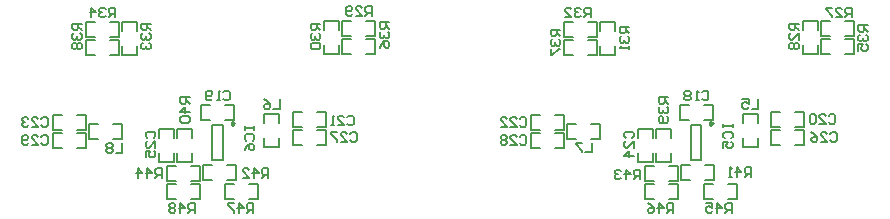
<source format=gbo>
G04*
G04 #@! TF.GenerationSoftware,Altium Limited,Altium Designer,21.7.2 (23)*
G04*
G04 Layer_Color=32896*
%FSLAX25Y25*%
%MOIN*%
G70*
G04*
G04 #@! TF.SameCoordinates,38115651-3DBD-42AD-B4A0-95CC447B3A10*
G04*
G04*
G04 #@! TF.FilePolarity,Positive*
G04*
G01*
G75*
%ADD10C,0.00787*%
%ADD14C,0.00600*%
%ADD58C,0.00984*%
D10*
X903500Y879787D02*
Y884787D01*
Y879787D02*
X906500D01*
X903500Y884787D02*
X906500D01*
X911500Y879787D02*
X914500D01*
X911500Y884787D02*
X914500D01*
Y879787D02*
Y884787D01*
X897500D02*
X902500D01*
X897500Y881787D02*
Y884787D01*
X902500Y881787D02*
Y884787D01*
X897500Y873787D02*
Y876787D01*
X902500Y873787D02*
Y876787D01*
X897500Y873787D02*
X902500D01*
X903500D02*
Y878787D01*
Y873787D02*
X906500D01*
X903500Y878787D02*
X906500D01*
X911500Y873787D02*
X914500D01*
X911500Y878787D02*
X914500D01*
Y873787D02*
Y878787D01*
X829000Y873287D02*
Y878287D01*
X826000D02*
X829000D01*
X826000Y873287D02*
X829000D01*
X818000Y878287D02*
X821000D01*
X818000Y873287D02*
X821000D01*
X818000D02*
Y878287D01*
X829000Y879287D02*
Y884287D01*
X826000D02*
X829000D01*
X826000Y879287D02*
X829000D01*
X818000Y884287D02*
X821000D01*
X818000Y879287D02*
X821000D01*
X818000D02*
Y884287D01*
X830000Y873287D02*
X835000D01*
Y876287D01*
X830000Y873287D02*
Y876287D01*
X835000Y881287D02*
Y884287D01*
X830000Y881287D02*
Y884287D01*
X835000D01*
X744000Y879787D02*
Y884787D01*
Y879787D02*
X747000D01*
X744000Y884787D02*
X747000D01*
X752000Y879787D02*
X755000D01*
X752000Y884787D02*
X755000D01*
Y879787D02*
Y884787D01*
X738000D02*
X743000D01*
X738000Y881787D02*
Y884787D01*
X743000Y881787D02*
Y884787D01*
X738000Y873787D02*
Y876787D01*
X743000Y873787D02*
Y876787D01*
X738000Y873787D02*
X743000D01*
X744000D02*
Y878787D01*
Y873787D02*
X747000D01*
X744000Y878787D02*
X747000D01*
X752000Y873787D02*
X755000D01*
X752000Y878787D02*
X755000D01*
Y873787D02*
Y878787D01*
X670500Y873287D02*
X675500D01*
Y876287D01*
X670500Y873287D02*
Y876287D01*
X675500Y881287D02*
Y884287D01*
X670500Y881287D02*
Y884287D01*
X675500D01*
X669500Y879287D02*
Y884287D01*
X666500D02*
X669500D01*
X666500Y879287D02*
X669500D01*
X658500Y884287D02*
X661500D01*
X658500Y879287D02*
X661500D01*
X658500D02*
Y884287D01*
X669500Y873287D02*
Y878287D01*
X666500D02*
X669500D01*
X666500Y873287D02*
X669500D01*
X658500Y878287D02*
X661500D01*
X658500Y873287D02*
X661500D01*
X658500D02*
Y878287D01*
X735500Y849287D02*
X738500D01*
Y854287D01*
X735500D02*
X738500D01*
X727500D02*
X730500D01*
X727500Y849287D02*
Y854287D01*
Y849287D02*
X730500D01*
X735500Y843287D02*
X738500D01*
Y848287D01*
X735500D02*
X738500D01*
X727500D02*
X730500D01*
X727500Y843287D02*
Y848287D01*
Y843287D02*
X730500D01*
X718000Y853787D02*
X723000D01*
X718000Y850787D02*
Y853787D01*
X723000Y850787D02*
Y853787D01*
X718000Y842787D02*
Y845787D01*
X723000Y842787D02*
Y845787D01*
X718000Y842787D02*
X723000D01*
X700610Y838161D02*
Y849972D01*
X704153Y838161D02*
Y849972D01*
X700610Y838161D02*
X704153D01*
X700610Y849972D02*
X704153D01*
X697000Y856787D02*
X700000D01*
X697000Y851787D02*
Y856787D01*
Y851787D02*
X700000D01*
X705000D02*
X708000D01*
Y856787D01*
X705000D02*
X708000D01*
X807000Y847287D02*
X810000D01*
X807000Y842287D02*
Y847287D01*
Y842287D02*
X810000D01*
X815000D02*
X818000D01*
Y847287D01*
X815000D02*
X818000D01*
X807000Y853287D02*
X810000D01*
X807000Y848287D02*
Y853287D01*
Y848287D02*
X810000D01*
X815000D02*
X818000D01*
Y853287D01*
X815000D02*
X818000D01*
X860110Y838161D02*
Y849972D01*
X863653Y838161D02*
Y849972D01*
X860110Y838161D02*
X863653D01*
X860110Y849972D02*
X863653D01*
X877500Y853787D02*
X882500D01*
X877500Y850787D02*
Y853787D01*
X882500Y850787D02*
Y853787D01*
X877500Y842787D02*
Y845787D01*
X882500Y842787D02*
Y845787D01*
X877500Y842787D02*
X882500D01*
X819000Y845287D02*
Y850287D01*
Y845287D02*
X822000D01*
X819000Y850287D02*
X822000D01*
X827000Y845287D02*
X830000D01*
X827000Y850287D02*
X830000D01*
Y845287D02*
Y850287D01*
X848500Y837787D02*
X853500D01*
Y840787D01*
X848500Y837787D02*
Y840787D01*
X853500Y845787D02*
Y848787D01*
X848500Y845787D02*
Y848787D01*
X853500D01*
X842500Y837787D02*
Y840787D01*
Y837787D02*
X847500D01*
Y840787D01*
Y845787D02*
Y848787D01*
X842500D02*
X847500D01*
X842500Y845787D02*
Y848787D01*
X868000Y831787D02*
Y836787D01*
X865000D02*
X868000D01*
X865000Y831787D02*
X868000D01*
X857000Y836787D02*
X860000D01*
X857000Y831787D02*
X860000D01*
X857000D02*
Y836787D01*
X875500Y825287D02*
Y830287D01*
X872500D02*
X875500D01*
X872500Y825287D02*
X875500D01*
X864500Y830287D02*
X867500D01*
X864500Y825287D02*
X867500D01*
X864500D02*
Y830287D01*
X845000Y825287D02*
Y830287D01*
Y825287D02*
X848000D01*
X845000Y830287D02*
X848000D01*
X853000Y825287D02*
X856000D01*
X853000Y830287D02*
X856000D01*
Y825287D02*
Y830287D01*
X845000Y831287D02*
Y836287D01*
Y831287D02*
X848000D01*
X845000Y836287D02*
X848000D01*
X853000Y831287D02*
X856000D01*
X853000Y836287D02*
X856000D01*
Y831287D02*
Y836287D01*
X895000Y843287D02*
X898000D01*
Y848287D01*
X895000D02*
X898000D01*
X887000D02*
X890000D01*
X887000Y843287D02*
Y848287D01*
Y843287D02*
X890000D01*
X895000Y849287D02*
X898000D01*
Y854287D01*
X895000D02*
X898000D01*
X887000D02*
X890000D01*
X887000Y849287D02*
Y854287D01*
Y849287D02*
X890000D01*
X856500Y856787D02*
X859500D01*
X856500Y851787D02*
Y856787D01*
Y851787D02*
X859500D01*
X864500D02*
X867500D01*
Y856787D01*
X864500D02*
X867500D01*
X685500Y831287D02*
Y836287D01*
Y831287D02*
X688500D01*
X685500Y836287D02*
X688500D01*
X693500Y831287D02*
X696500D01*
X693500Y836287D02*
X696500D01*
Y831287D02*
Y836287D01*
X708500Y831787D02*
Y836787D01*
X705500D02*
X708500D01*
X705500Y831787D02*
X708500D01*
X697500Y836787D02*
X700500D01*
X697500Y831787D02*
X700500D01*
X697500D02*
Y836787D01*
X689000Y837787D02*
X694000D01*
Y840787D01*
X689000Y837787D02*
Y840787D01*
X694000Y845787D02*
Y848787D01*
X689000Y845787D02*
Y848787D01*
X694000D01*
X683000Y837787D02*
Y840787D01*
Y837787D02*
X688000D01*
Y840787D01*
Y845787D02*
Y848787D01*
X683000D02*
X688000D01*
X683000Y845787D02*
Y848787D01*
X716000Y825287D02*
Y830287D01*
X713000D02*
X716000D01*
X713000Y825287D02*
X716000D01*
X705000Y830287D02*
X708000D01*
X705000Y825287D02*
X708000D01*
X705000D02*
Y830287D01*
X685500Y825287D02*
Y830287D01*
Y825287D02*
X688500D01*
X685500Y830287D02*
X688500D01*
X693500Y825287D02*
X696500D01*
X693500Y830287D02*
X696500D01*
Y825287D02*
Y830287D01*
X659500Y845287D02*
Y850287D01*
Y845287D02*
X662500D01*
X659500Y850287D02*
X662500D01*
X667500Y845287D02*
X670500D01*
X667500Y850287D02*
X670500D01*
Y845287D02*
Y850287D01*
X647500Y847287D02*
X650500D01*
X647500Y842287D02*
Y847287D01*
Y842287D02*
X650500D01*
X655500D02*
X658500D01*
Y847287D01*
X655500D02*
X658500D01*
X647500Y853287D02*
X650500D01*
X647500Y848287D02*
Y853287D01*
Y848287D02*
X650500D01*
X655500D02*
X658500D01*
Y853287D01*
X655500D02*
X658500D01*
D14*
X668265Y885900D02*
Y889100D01*
X666666D01*
X666133Y888566D01*
Y887500D01*
X666666Y886967D01*
X668265D01*
X667199D02*
X666133Y885900D01*
X665066Y888566D02*
X664533Y889100D01*
X663467D01*
X662934Y888566D01*
Y888033D01*
X663467Y887500D01*
X664000D01*
X663467D01*
X662934Y886967D01*
Y886434D01*
X663467Y885900D01*
X664533D01*
X665066Y886434D01*
X660268Y885900D02*
Y889100D01*
X661867Y887500D01*
X659735D01*
X826765Y885900D02*
Y889100D01*
X825166D01*
X824633Y888566D01*
Y887500D01*
X825166Y886967D01*
X826765D01*
X825699D02*
X824633Y885900D01*
X823566Y888566D02*
X823033Y889100D01*
X821967D01*
X821434Y888566D01*
Y888033D01*
X821967Y887500D01*
X822500D01*
X821967D01*
X821434Y886967D01*
Y886434D01*
X821967Y885900D01*
X823033D01*
X823566Y886434D01*
X818235Y885900D02*
X820367D01*
X818235Y888033D01*
Y888566D01*
X818768Y889100D01*
X819834D01*
X820367Y888566D01*
X680099Y883765D02*
X676900D01*
Y882166D01*
X677434Y881633D01*
X678500D01*
X679033Y882166D01*
Y883765D01*
Y882699D02*
X680099Y881633D01*
X677434Y880566D02*
X676900Y880033D01*
Y878967D01*
X677434Y878434D01*
X677967D01*
X678500Y878967D01*
Y879500D01*
Y878967D01*
X679033Y878434D01*
X679566D01*
X680099Y878967D01*
Y880033D01*
X679566Y880566D01*
X677434Y877367D02*
X676900Y876834D01*
Y875768D01*
X677434Y875235D01*
X677967D01*
X678500Y875768D01*
Y876301D01*
Y875768D01*
X679033Y875235D01*
X679566D01*
X680099Y875768D01*
Y876834D01*
X679566Y877367D01*
X839600Y882732D02*
X836401D01*
Y881133D01*
X836934Y880599D01*
X838000D01*
X838533Y881133D01*
Y882732D01*
Y881666D02*
X839600Y880599D01*
X836934Y879533D02*
X836401Y879000D01*
Y877934D01*
X836934Y877400D01*
X837467D01*
X838000Y877934D01*
Y878467D01*
Y877934D01*
X838533Y877400D01*
X839066D01*
X839600Y877934D01*
Y879000D01*
X839066Y879533D01*
X839600Y876334D02*
Y875268D01*
Y875801D01*
X836401D01*
X836934Y876334D01*
X657099Y883765D02*
X653900D01*
Y882166D01*
X654434Y881633D01*
X655500D01*
X656033Y882166D01*
Y883765D01*
Y882699D02*
X657099Y881633D01*
X654434Y880566D02*
X653900Y880033D01*
Y878967D01*
X654434Y878434D01*
X654967D01*
X655500Y878967D01*
Y879500D01*
Y878967D01*
X656033Y878434D01*
X656566D01*
X657099Y878967D01*
Y880033D01*
X656566Y880566D01*
X654434Y877367D02*
X653900Y876834D01*
Y875768D01*
X654434Y875235D01*
X654967D01*
X655500Y875768D01*
X656033Y875235D01*
X656566D01*
X657099Y875768D01*
Y876834D01*
X656566Y877367D01*
X656033D01*
X655500Y876834D01*
X654967Y877367D01*
X654434D01*
X655500Y876834D02*
Y875768D01*
X816599Y881765D02*
X813400D01*
Y880166D01*
X813934Y879633D01*
X815000D01*
X815533Y880166D01*
Y881765D01*
Y880699D02*
X816599Y879633D01*
X813934Y878566D02*
X813400Y878033D01*
Y876967D01*
X813934Y876434D01*
X814467D01*
X815000Y876967D01*
Y877500D01*
Y876967D01*
X815533Y876434D01*
X816066D01*
X816599Y876967D01*
Y878033D01*
X816066Y878566D01*
X813400Y875367D02*
Y873235D01*
X813934D01*
X816066Y875367D01*
X816599D01*
X759599Y884265D02*
X756400D01*
Y882666D01*
X756934Y882133D01*
X758000D01*
X758533Y882666D01*
Y884265D01*
Y883199D02*
X759599Y882133D01*
X756934Y881066D02*
X756400Y880533D01*
Y879467D01*
X756934Y878934D01*
X757467D01*
X758000Y879467D01*
Y880000D01*
Y879467D01*
X758533Y878934D01*
X759066D01*
X759599Y879467D01*
Y880533D01*
X759066Y881066D01*
X756400Y875735D02*
X756934Y876801D01*
X758000Y877867D01*
X759066D01*
X759599Y877334D01*
Y876268D01*
X759066Y875735D01*
X758533D01*
X758000Y876268D01*
Y877867D01*
X919100Y883265D02*
X915901D01*
Y881666D01*
X916434Y881133D01*
X917500D01*
X918033Y881666D01*
Y883265D01*
Y882199D02*
X919100Y881133D01*
X916434Y880066D02*
X915901Y879533D01*
Y878467D01*
X916434Y877934D01*
X916967D01*
X917500Y878467D01*
Y879000D01*
Y878467D01*
X918033Y877934D01*
X918566D01*
X919100Y878467D01*
Y879533D01*
X918566Y880066D01*
X915901Y874735D02*
Y876867D01*
X917500D01*
X916967Y875801D01*
Y875268D01*
X917500Y874735D01*
X918566D01*
X919100Y875268D01*
Y876334D01*
X918566Y876867D01*
X736599Y883765D02*
X733400D01*
Y882166D01*
X733934Y881633D01*
X735000D01*
X735533Y882166D01*
Y883765D01*
Y882699D02*
X736599Y881633D01*
X733934Y880566D02*
X733400Y880033D01*
Y878967D01*
X733934Y878434D01*
X734467D01*
X735000Y878967D01*
Y879500D01*
Y878967D01*
X735533Y878434D01*
X736066D01*
X736599Y878967D01*
Y880033D01*
X736066Y880566D01*
X733934Y877367D02*
X733400Y876834D01*
Y875768D01*
X733934Y875235D01*
X736066D01*
X736599Y875768D01*
Y876834D01*
X736066Y877367D01*
X733934D01*
X896099Y883765D02*
X892900D01*
Y882166D01*
X893434Y881633D01*
X894500D01*
X895033Y882166D01*
Y883765D01*
Y882699D02*
X896099Y881633D01*
Y878434D02*
Y880566D01*
X893967Y878434D01*
X893434D01*
X892900Y878967D01*
Y880033D01*
X893434Y880566D01*
Y877367D02*
X892900Y876834D01*
Y875768D01*
X893434Y875235D01*
X893967D01*
X894500Y875768D01*
X895033Y875235D01*
X895566D01*
X896099Y875768D01*
Y876834D01*
X895566Y877367D01*
X895033D01*
X894500Y876834D01*
X893967Y877367D01*
X893434D01*
X894500Y876834D02*
Y875768D01*
X753765Y886401D02*
Y889600D01*
X752166D01*
X751633Y889066D01*
Y888000D01*
X752166Y887467D01*
X753765D01*
X752699D02*
X751633Y886401D01*
X748434D02*
X750566D01*
X748434Y888533D01*
Y889066D01*
X748967Y889600D01*
X750033D01*
X750566Y889066D01*
X747367Y886934D02*
X746834Y886401D01*
X745768D01*
X745235Y886934D01*
Y889066D01*
X745768Y889600D01*
X746834D01*
X747367Y889066D01*
Y888533D01*
X746834Y888000D01*
X745235D01*
X913765Y885900D02*
Y889100D01*
X912166D01*
X911633Y888566D01*
Y887500D01*
X912166Y886967D01*
X913765D01*
X912699D02*
X911633Y885900D01*
X908434D02*
X910566D01*
X908434Y888033D01*
Y888566D01*
X908967Y889100D01*
X910033D01*
X910566Y888566D01*
X907367Y889100D02*
X905235D01*
Y888566D01*
X907367Y886434D01*
Y885900D01*
X693099Y859265D02*
X689900D01*
Y857666D01*
X690434Y857133D01*
X691500D01*
X692033Y857666D01*
Y859265D01*
Y858199D02*
X693099Y857133D01*
Y854467D02*
X689900D01*
X691500Y856066D01*
Y853934D01*
X690434Y852867D02*
X689900Y852334D01*
Y851268D01*
X690434Y850735D01*
X692566D01*
X693099Y851268D01*
Y852334D01*
X692566Y852867D01*
X690434D01*
X852600Y859265D02*
X849401D01*
Y857666D01*
X849934Y857133D01*
X851000D01*
X851533Y857666D01*
Y859265D01*
Y858199D02*
X852600Y857133D01*
X849934Y856066D02*
X849401Y855533D01*
Y854467D01*
X849934Y853934D01*
X850467D01*
X851000Y854467D01*
Y855000D01*
Y854467D01*
X851533Y853934D01*
X852066D01*
X852600Y854467D01*
Y855533D01*
X852066Y856066D01*
Y852867D02*
X852600Y852334D01*
Y851268D01*
X852066Y850735D01*
X849934D01*
X849401Y851268D01*
Y852334D01*
X849934Y852867D01*
X850467D01*
X851000Y852334D01*
Y850735D01*
X694765Y820688D02*
Y823887D01*
X693166D01*
X692633Y823354D01*
Y822287D01*
X693166Y821754D01*
X694765D01*
X693699D02*
X692633Y820688D01*
X689967D02*
Y823887D01*
X691566Y822287D01*
X689434D01*
X688367Y823354D02*
X687834Y823887D01*
X686768D01*
X686235Y823354D01*
Y822821D01*
X686768Y822287D01*
X686235Y821754D01*
Y821221D01*
X686768Y820688D01*
X687834D01*
X688367Y821221D01*
Y821754D01*
X687834Y822287D01*
X688367Y822821D01*
Y823354D01*
X687834Y822287D02*
X686768D01*
X854265Y820688D02*
Y823887D01*
X852666D01*
X852133Y823354D01*
Y822287D01*
X852666Y821754D01*
X854265D01*
X853199D02*
X852133Y820688D01*
X849467D02*
Y823887D01*
X851066Y822287D01*
X848934D01*
X845735Y823887D02*
X846801Y823354D01*
X847867Y822287D01*
Y821221D01*
X847334Y820688D01*
X846268D01*
X845735Y821221D01*
Y821754D01*
X846268Y822287D01*
X847867D01*
X683765Y832401D02*
Y835600D01*
X682166D01*
X681633Y835066D01*
Y834000D01*
X682166Y833467D01*
X683765D01*
X682699D02*
X681633Y832401D01*
X678967D02*
Y835600D01*
X680566Y834000D01*
X678434D01*
X675768Y832401D02*
Y835600D01*
X677367Y834000D01*
X675235D01*
X843265Y831901D02*
Y835100D01*
X841666D01*
X841133Y834566D01*
Y833500D01*
X841666Y832967D01*
X843265D01*
X842199D02*
X841133Y831901D01*
X838467D02*
Y835100D01*
X840066Y833500D01*
X837934D01*
X836867Y834566D02*
X836334Y835100D01*
X835268D01*
X834735Y834566D01*
Y834033D01*
X835268Y833500D01*
X835801D01*
X835268D01*
X834735Y832967D01*
Y832434D01*
X835268Y831901D01*
X836334D01*
X836867Y832434D01*
X714265Y820688D02*
Y823887D01*
X712666D01*
X712133Y823354D01*
Y822287D01*
X712666Y821754D01*
X714265D01*
X713199D02*
X712133Y820688D01*
X709467D02*
Y823887D01*
X711066Y822287D01*
X708934D01*
X707867Y823887D02*
X705735D01*
Y823354D01*
X707867Y821221D01*
Y820688D01*
X873765D02*
Y823887D01*
X872166D01*
X871633Y823354D01*
Y822287D01*
X872166Y821754D01*
X873765D01*
X872699D02*
X871633Y820688D01*
X868967D02*
Y823887D01*
X870566Y822287D01*
X868434D01*
X865235Y823887D02*
X867367D01*
Y822287D01*
X866301Y822821D01*
X865768D01*
X865235Y822287D01*
Y821221D01*
X865768Y820688D01*
X866834D01*
X867367Y821221D01*
X719265Y832401D02*
Y835600D01*
X717666D01*
X717133Y835066D01*
Y834000D01*
X717666Y833467D01*
X719265D01*
X718199D02*
X717133Y832401D01*
X714467D02*
Y835600D01*
X716066Y834000D01*
X713934D01*
X710735Y832401D02*
X712867D01*
X710735Y834533D01*
Y835066D01*
X711268Y835600D01*
X712334D01*
X712867Y835066D01*
X880232Y832688D02*
Y835887D01*
X878633D01*
X878100Y835354D01*
Y834287D01*
X878633Y833754D01*
X880232D01*
X879166D02*
X878100Y832688D01*
X875434D02*
Y835887D01*
X877033Y834287D01*
X874901D01*
X873834Y832688D02*
X872768D01*
X873301D01*
Y835887D01*
X873834Y835354D01*
X670666Y843887D02*
Y840688D01*
X668533D01*
X667467Y843354D02*
X666934Y843887D01*
X665867D01*
X665334Y843354D01*
Y842821D01*
X665867Y842287D01*
X665334Y841754D01*
Y841221D01*
X665867Y840688D01*
X666934D01*
X667467Y841221D01*
Y841754D01*
X666934Y842287D01*
X667467Y842821D01*
Y843354D01*
X666934Y842287D02*
X665867D01*
X827166Y844100D02*
Y840901D01*
X825033D01*
X823967Y844100D02*
X821834D01*
Y843566D01*
X823967Y841434D01*
Y840901D01*
X723166Y858599D02*
Y855400D01*
X721033D01*
X717834Y858599D02*
X718900Y858066D01*
X719967Y857000D01*
Y855934D01*
X719434Y855400D01*
X718367D01*
X717834Y855934D01*
Y856467D01*
X718367Y857000D01*
X719967D01*
X882666Y858599D02*
Y855400D01*
X880533D01*
X877334Y858599D02*
X879467D01*
Y857000D01*
X878401Y857533D01*
X877867D01*
X877334Y857000D01*
Y855934D01*
X877867Y855400D01*
X878934D01*
X879467Y855934D01*
X711401Y849499D02*
Y848432D01*
Y848965D01*
X714600D01*
Y849499D01*
Y848432D01*
X711934Y844700D02*
X711401Y845233D01*
Y846300D01*
X711934Y846833D01*
X714066D01*
X714600Y846300D01*
Y845233D01*
X714066Y844700D01*
X711401Y841501D02*
X711934Y842568D01*
X713000Y843634D01*
X714066D01*
X714600Y843101D01*
Y842034D01*
X714066Y841501D01*
X713533D01*
X713000Y842034D01*
Y843634D01*
X870901Y850286D02*
Y849220D01*
Y849753D01*
X874100D01*
Y850286D01*
Y849220D01*
X871434Y845488D02*
X870901Y846021D01*
Y847087D01*
X871434Y847620D01*
X873566D01*
X874100Y847087D01*
Y846021D01*
X873566Y845488D01*
X870901Y842289D02*
Y844421D01*
X872500D01*
X871967Y843355D01*
Y842822D01*
X872500Y842289D01*
X873566D01*
X874100Y842822D01*
Y843888D01*
X873566Y844421D01*
X678934Y845633D02*
X678401Y846166D01*
Y847232D01*
X678934Y847765D01*
X681066D01*
X681600Y847232D01*
Y846166D01*
X681066Y845633D01*
X681600Y842434D02*
Y844566D01*
X679467Y842434D01*
X678934D01*
X678401Y842967D01*
Y844033D01*
X678934Y844566D01*
X678401Y839235D02*
Y841367D01*
X680000D01*
X679467Y840301D01*
Y839768D01*
X680000Y839235D01*
X681066D01*
X681600Y839768D01*
Y840834D01*
X681066Y841367D01*
X838434Y845633D02*
X837901Y846166D01*
Y847232D01*
X838434Y847765D01*
X840566D01*
X841099Y847232D01*
Y846166D01*
X840566Y845633D01*
X841099Y842434D02*
Y844566D01*
X838967Y842434D01*
X838434D01*
X837901Y842967D01*
Y844033D01*
X838434Y844566D01*
X841099Y839768D02*
X837901D01*
X839500Y841367D01*
Y839235D01*
X643633Y852066D02*
X644166Y852600D01*
X645232D01*
X645765Y852066D01*
Y849934D01*
X645232Y849401D01*
X644166D01*
X643633Y849934D01*
X640434Y849401D02*
X642566D01*
X640434Y851533D01*
Y852066D01*
X640967Y852600D01*
X642033D01*
X642566Y852066D01*
X639367D02*
X638834Y852600D01*
X637768D01*
X637235Y852066D01*
Y851533D01*
X637768Y851000D01*
X638301D01*
X637768D01*
X637235Y850467D01*
Y849934D01*
X637768Y849401D01*
X638834D01*
X639367Y849934D01*
X803133Y852066D02*
X803666Y852600D01*
X804732D01*
X805265Y852066D01*
Y849934D01*
X804732Y849401D01*
X803666D01*
X803133Y849934D01*
X799934Y849401D02*
X802066D01*
X799934Y851533D01*
Y852066D01*
X800467Y852600D01*
X801533D01*
X802066Y852066D01*
X796735Y849401D02*
X798867D01*
X796735Y851533D01*
Y852066D01*
X797268Y852600D01*
X798334D01*
X798867Y852066D01*
X643633Y846066D02*
X644166Y846599D01*
X645232D01*
X645765Y846066D01*
Y843934D01*
X645232Y843400D01*
X644166D01*
X643633Y843934D01*
X640434Y843400D02*
X642566D01*
X640434Y845533D01*
Y846066D01*
X640967Y846599D01*
X642033D01*
X642566Y846066D01*
X639367Y843934D02*
X638834Y843400D01*
X637768D01*
X637235Y843934D01*
Y846066D01*
X637768Y846599D01*
X638834D01*
X639367Y846066D01*
Y845533D01*
X638834Y845000D01*
X637235D01*
X803133Y846066D02*
X803666Y846599D01*
X804732D01*
X805265Y846066D01*
Y843934D01*
X804732Y843400D01*
X803666D01*
X803133Y843934D01*
X799934Y843400D02*
X802066D01*
X799934Y845533D01*
Y846066D01*
X800467Y846599D01*
X801533D01*
X802066Y846066D01*
X798867D02*
X798334Y846599D01*
X797268D01*
X796735Y846066D01*
Y845533D01*
X797268Y845000D01*
X796735Y844467D01*
Y843934D01*
X797268Y843400D01*
X798334D01*
X798867Y843934D01*
Y844467D01*
X798334Y845000D01*
X798867Y845533D01*
Y846066D01*
X798334Y845000D02*
X797268D01*
X745600Y852566D02*
X746133Y853100D01*
X747199D01*
X747732Y852566D01*
Y850434D01*
X747199Y849901D01*
X746133D01*
X745600Y850434D01*
X742401Y849901D02*
X744533D01*
X742401Y852033D01*
Y852566D01*
X742934Y853100D01*
X744000D01*
X744533Y852566D01*
X741334Y849901D02*
X740268D01*
X740801D01*
Y853100D01*
X741334Y852566D01*
X906133Y853066D02*
X906666Y853599D01*
X907732D01*
X908265Y853066D01*
Y850934D01*
X907732Y850401D01*
X906666D01*
X906133Y850934D01*
X902934Y850401D02*
X905066D01*
X902934Y852533D01*
Y853066D01*
X903467Y853599D01*
X904533D01*
X905066Y853066D01*
X901867D02*
X901334Y853599D01*
X900268D01*
X899735Y853066D01*
Y850934D01*
X900268Y850401D01*
X901334D01*
X901867Y850934D01*
Y853066D01*
X746633Y847066D02*
X747166Y847600D01*
X748232D01*
X748765Y847066D01*
Y844934D01*
X748232Y844401D01*
X747166D01*
X746633Y844934D01*
X743434Y844401D02*
X745566D01*
X743434Y846533D01*
Y847066D01*
X743967Y847600D01*
X745033D01*
X745566Y847066D01*
X742367Y847600D02*
X740235D01*
Y847066D01*
X742367Y844934D01*
Y844401D01*
X906633Y847066D02*
X907166Y847600D01*
X908232D01*
X908765Y847066D01*
Y844934D01*
X908232Y844401D01*
X907166D01*
X906633Y844934D01*
X903434Y844401D02*
X905566D01*
X903434Y846533D01*
Y847066D01*
X903967Y847600D01*
X905033D01*
X905566Y847066D01*
X900235Y847600D02*
X901301Y847066D01*
X902367Y846000D01*
Y844934D01*
X901834Y844401D01*
X900768D01*
X900235Y844934D01*
Y845467D01*
X900768Y846000D01*
X902367D01*
X704366Y860854D02*
X704899Y861387D01*
X705966D01*
X706499Y860854D01*
Y858721D01*
X705966Y858188D01*
X704899D01*
X704366Y858721D01*
X703300Y858188D02*
X702233D01*
X702767D01*
Y861387D01*
X703300Y860854D01*
X700634Y858721D02*
X700101Y858188D01*
X699035D01*
X698501Y858721D01*
Y860854D01*
X699035Y861387D01*
X700101D01*
X700634Y860854D01*
Y860321D01*
X700101Y859787D01*
X698501D01*
X863866Y860854D02*
X864399Y861387D01*
X865466D01*
X865999Y860854D01*
Y858721D01*
X865466Y858188D01*
X864399D01*
X863866Y858721D01*
X862800Y858188D02*
X861733D01*
X862267D01*
Y861387D01*
X862800Y860854D01*
X860134D02*
X859601Y861387D01*
X858534D01*
X858001Y860854D01*
Y860321D01*
X858534Y859787D01*
X858001Y859254D01*
Y858721D01*
X858534Y858188D01*
X859601D01*
X860134Y858721D01*
Y859254D01*
X859601Y859787D01*
X860134Y860321D01*
Y860854D01*
X859601Y859787D02*
X858534D01*
D58*
X707874Y850567D02*
X707136Y850993D01*
Y850141D01*
X707874Y850567D01*
X867374D02*
X866636Y850993D01*
Y850141D01*
X867374Y850567D01*
M02*

</source>
